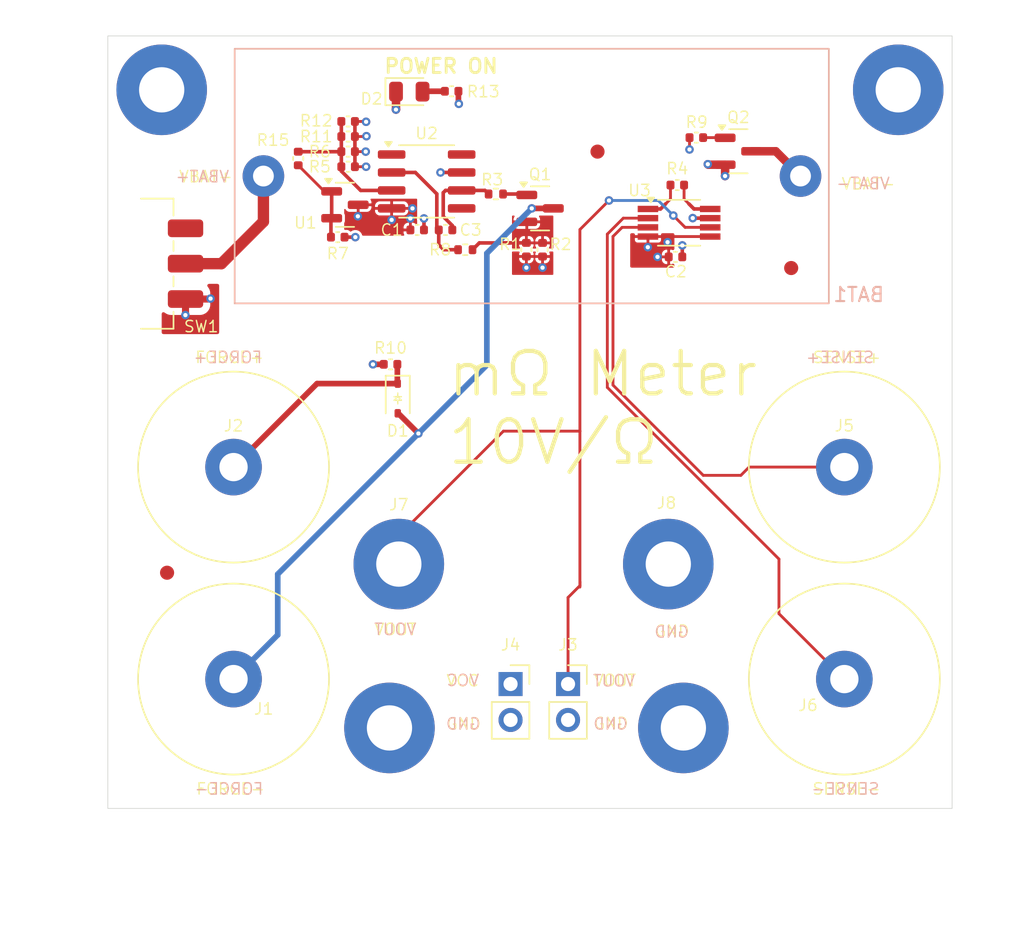
<source format=kicad_pcb>
(kicad_pcb (version 20240108) (generator "pcbnew") (generator_version "8.0")
  (layers (0 "F.Cu" signal) (1 "In1.Cu" signal) (2 "In2.Cu" signal) (31 "B.Cu" signal) (34 "B.Paste" user) (35 "F.Paste" user) (36 "B.SilkS" user "B.Silkscreen") (37 "F.SilkS" user "F.Silkscreen") (38 "B.Mask" user) (39 "F.Mask" user) (44 "Edge.Cuts" user))
  (net 0 "")
  (net 1 "VCC")
  (net 2 "GND")
  (net 3 "/FORCE-")
  (net 4 "/SENSE+")
  (net 5 "/SENSE-")
  (net 6 "/V_OUT")
  (net 7 "/VSENSE")
  (net 8 "/NMOS_GATE")
  (net 9 "Net-(R4-Pad2)")
  (net 10 "Net-(R4-Pad1)")
  (net 11 "Net-(U1-K)")
  (net 12 "Net-(C3-Pad1)")
  (net 13 "Net-(Q1-S)")
  (net 14 "Net-(BAT1--)")
  (net 15 "Net-(BAT1-+)")
  (net 16 "Net-(Q2-G)")
  (net 17 "Net-(D1-K)")
  (net 18 "Net-(U2-+)")
  (net 20 "Net-(D2-A)")
  (footprint "Capacitor_SMD:C_0402_1005Metric" (layer "F.Cu") (at 124.94 61.5188 180)
    (property "Reference" "R6" (at 2.004 0 180) (layer "F.SilkS") (effects (font (size 0.8 0.8) (thickness 0.1))))
    (property "Value" "47k")
    (fp_line (start -0.107836 0.36) (end 0.107836 0.36) (stroke (width 0.12)) (layer "F.SilkS"))
    (fp_line (start -0.107836 -0.36) (end 0.107836 -0.36) (stroke (width 0.12)) (layer "F.SilkS"))
    (pad "1" smd roundrect (at -0.48 0 180) (size 0.56 0.62) (layers "F.Cu" "F.Paste" "F.Mask") (net 2 "GND"))
    (pad "2" smd roundrect (at 0.48 0 180) (size 0.56 0.62) (layers "F.Cu" "F.Paste" "F.Mask") (net 18 "Net-(U2-+)"))
  )
  (footprint "MountingHole:MountingHole_3.2mm_M3_Pad" (layer "F.Cu") (at 147.574 90.678)
    (property "Reference" "J8" (at -0.127 -4.318 0) (layer "F.SilkS") (effects (font (size 0.8 0.8) (thickness 0.1))))
    (property "Value" "72918")
    (pad "1" thru_hole circle (at 0 0) (size 6.4 6.4) (drill 3.2) (layers "*.Cu" "*.Mask") (net 2 "GND"))
  )
  (footprint "Connector_PinSocket_2.54mm:PinSocket_1x02_P2.54mm_Vertical" (layer "F.Cu") (at 136.423 99.1562)
    (property "Reference" "J4" (at 0 -2.77 0) (layer "F.SilkS") (effects (font (size 0.8 0.8) (thickness 0.1))))
    (property "Value" "Conn_01x02")
    (fp_line (start -1.33 1.27) (end -1.33 3.87) (stroke (width 0.12)) (layer "F.SilkS"))
    (fp_line (start -1.33 1.27) (end 1.33 1.27) (stroke (width 0.12)) (layer "F.SilkS"))
    (fp_line (start -1.33 3.87) (end 1.33 3.87) (stroke (width 0.12)) (layer "F.SilkS"))
    (fp_line (start 0 -1.33) (end 1.33 -1.33) (stroke (width 0.12)) (layer "F.SilkS"))
    (fp_line (start 1.33 -1.33) (end 1.33 0) (stroke (width 0.12)) (layer "F.SilkS"))
    (fp_line (start 1.33 1.27) (end 1.33 3.87) (stroke (width 0.12)) (layer "F.SilkS"))
    (pad "1" thru_hole rect (at 0 0) (size 1.7 1.7) (drill 1) (layers "*.Cu" "*.Mask") (net 1 "VCC"))
    (pad "2" thru_hole oval (at 0 2.54) (size 1.7 1.7) (drill 1) (layers "*.Cu" "*.Mask") (net 2 "GND"))
  )
  (footprint "Package_SO:SOIC-8_3.9x4.9mm_P1.27mm" (layer "F.Cu") (at 130.491 63.627)
    (property "Reference" "U2" (at 0 -3.4 0) (layer "F.SilkS") (effects (font (size 0.8 0.8) (thickness 0.1))))
    (property "Value" "OPA388")
    (fp_line (start 0 -2.56) (end -1.95 -2.56) (stroke (width 0.12)) (layer "F.SilkS"))
    (fp_line (start 0 -2.56) (end 1.95 -2.56) (stroke (width 0.12)) (layer "F.SilkS"))
    (fp_line (start 0 2.56) (end -1.95 2.56) (stroke (width 0.12)) (layer "F.SilkS"))
    (fp_line (start 0 2.56) (end 1.95 2.56) (stroke (width 0.12)) (layer "F.SilkS"))
    (fp_poly (pts (xy -2.7 -2.465) (xy -2.94 -2.795) (xy -2.46 -2.795) (xy -2.7 -2.465)) (stroke (width 0.12)) (fill solid) (layer "F.SilkS"))
    (pad "1" smd roundrect (at -2.475 -1.905) (size 1.95 0.6) (layers "F.Cu" "F.Paste" "F.Mask"))
    (pad "2" smd roundrect (at -2.475 -0.635) (size 1.95 0.6) (layers "F.Cu" "F.Paste" "F.Mask") (net 7 "/VSENSE"))
    (pad "3" smd roundrect (at -2.475 0.635) (size 1.95 0.6) (layers "F.Cu" "F.Paste" "F.Mask") (net 18 "Net-(U2-+)"))
    (pad "4" smd roundrect (at -2.475 1.905) (size 1.95 0.6) (layers "F.Cu" "F.Paste" "F.Mask") (net 2 "GND"))
    (pad "5" smd roundrect (at 2.475 1.905) (size 1.95 0.6) (layers "F.Cu" "F.Paste" "F.Mask"))
    (pad "6" smd roundrect (at 2.475 0.635) (size 1.95 0.6) (layers "F.Cu" "F.Paste" "F.Mask") (net 12 "Net-(C3-Pad1)"))
    (pad "7" smd roundrect (at 2.475 -0.635) (size 1.95 0.6) (layers "F.Cu" "F.Paste" "F.Mask") (net 1 "VCC"))
    (pad "8" smd roundrect (at 2.475 -1.905) (size 1.95 0.6) (layers "F.Cu" "F.Paste" "F.Mask"))
  )
  (footprint "MountingHole:MountingHole_3.2mm_M3_Pad" (layer "F.Cu") (at 163.83 57.15)
    (property "Reference" "H2" (hide yes))
    (property "Value" "MountingHole_Pad")
    (pad "1" thru_hole circle (at 0 0) (size 6.4 6.4) (drill 3.2) (layers "*.Cu" "*.Mask") (net 2 "GND"))
  )
  (footprint "components_2:CT3149" (layer "F.Cu") (at 116.84 83.82)
    (property "Reference" "J2" (at 0 -2.921 0) (layer "F.SilkS") (effects (font (size 0.8 0.8) (thickness 0.1))))
    (property "Value" "Conn_01x01")
    (fp_circle (center 0 0) (end 6.75 0) (stroke (width 0.12)) (fill none) (layer "F.SilkS"))
    (pad "1" thru_hole circle (at 0 0) (size 4 4) (drill 2) (layers "*.Cu" "*.Mask") (net 17 "Net-(D1-K)"))
  )
  (footprint "Capacitor_SMD:C_0402_1005Metric" (layer "F.Cu") (at 124.206 67.564 180)
    (property "Reference" "R7" (at 0 -1.16 180) (layer "F.SilkS") (effects (font (size 0.8 0.8) (thickness 0.1))))
    (property "Value" "220")
    (fp_line (start -0.107836 0.36) (end 0.107836 0.36) (stroke (width 0.12)) (layer "F.SilkS"))
    (fp_line (start -0.107836 -0.36) (end 0.107836 -0.36) (stroke (width 0.12)) (layer "F.SilkS"))
    (pad "1" smd roundrect (at -0.48 0 180) (size 0.56 0.62) (layers "F.Cu" "F.Paste" "F.Mask") (net 1 "VCC"))
    (pad "2" smd roundrect (at 0.48 0 180) (size 0.56 0.62) (layers "F.Cu" "F.Paste" "F.Mask") (net 11 "Net-(U1-K)"))
  )
  (footprint "Button_Switch_SMD:SW_SPDT_CK_JS102011SAQN" (layer "F.Cu") (at 110.6952 69.44 -90)
    (property "Reference" "SW1" (at 4.445 -3.8588 180) (layer "F.SilkS") (effects (font (size 0.8 0.8) (thickness 0.1))))
    (property "Value" "JS102011SAQN")
    (fp_line (start -4.6 0.4) (end -4.6 -1.9) (stroke (width 0.12)) (layer "F.SilkS"))
    (fp_line (start -4.6 -1.9) (end -3.4 -1.9) (stroke (width 0.12)) (layer "F.SilkS"))
    (fp_line (start -0.9 -1.9) (end -1.6 -1.9) (stroke (width 0.12)) (layer "F.SilkS"))
    (fp_line (start 1.6 -1.9) (end 0.9 -1.9) (stroke (width 0.12)) (layer "F.SilkS"))
    (fp_line (start 3.4 -1.9) (end 4.6 -1.9) (stroke (width 0.12)) (layer "F.SilkS"))
    (fp_line (start 4.6 -1.9) (end 4.6 0.4) (stroke (width 0.12)) (layer "F.SilkS"))
    (pad "" np_thru_hole circle (at -3.4 0 270) (size 0.9 0.9) (drill 0.9) (layers "*.Cu" "*.Mask"))
    (pad "" np_thru_hole circle (at 3.4 0 270) (size 0.9 0.9) (drill 0.9) (layers "*.Cu" "*.Mask"))
    (pad "1" smd roundrect (at -2.5 -2.75 270) (size 1.25 2.5) (layers "F.Cu" "F.Paste" "F.Mask") (roundrect_rratio 0.2))
    (pad "2" smd roundrect (at 0 -2.75 270) (size 1.25 2.5) (layers "F.Cu" "F.Paste" "F.Mask") (roundrect_rratio 0.2) (net 15 "Net-(BAT1-+)"))
    (pad "3" smd roundrect (at 2.5 -2.75 270) (size 1.25 2.5) (layers "F.Cu" "F.Paste" "F.Mask") (roundrect_rratio 0.2) (net 1 "VCC"))
  )
  (footprint "LED_SMD:LED_0805_2012Metric" (layer "F.Cu") (at 129.2629 57.277)
    (property "Reference" "D2" (at -2.6693 0.508 0) (layer "F.SilkS") (effects (font (size 0.8 0.8) (thickness 0.1))))
    (property "Value" "LED_RED")
    (fp_line (start -1.685 -0.96) (end -1.685 0.96) (stroke (width 0.12)) (layer "F.SilkS"))
    (fp_line (start -1.685 0.96) (end 1 0.96) (stroke (width 0.12)) (layer "F.SilkS"))
    (fp_line (start 1 -0.96) (end -1.685 -0.96) (stroke (width 0.12)) (layer "F.SilkS"))
    (pad "1" smd roundrect (at -0.9375 0) (size 0.975 1.4) (layers "F.Cu" "F.Paste" "F.Mask") (net 2 "GND"))
    (pad "2" smd roundrect (at 0.9375 0) (size 0.975 1.4) (layers "F.Cu" "F.Paste" "F.Mask") (net 20 "Net-(D2-A)"))
  )
  (footprint "Capacitor_SMD:C_0402_1005Metric" (layer "F.Cu") (at 129.822 67.056 180)
    (property "Reference" "C1" (at 1.806 0 180) (layer "F.SilkS") (effects (font (size 0.8 0.8) (thickness 0.1))))
    (property "Value" "100nF")
    (fp_line (start -0.107836 0.36) (end 0.107836 0.36) (stroke (width 0.12)) (layer "F.SilkS"))
    (fp_line (start -0.107836 -0.36) (end 0.107836 -0.36) (stroke (width 0.12)) (layer "F.SilkS"))
    (pad "1" smd roundrect (at -0.48 0 180) (size 0.56 0.62) (layers "F.Cu" "F.Paste" "F.Mask") (net 1 "VCC"))
    (pad "2" smd roundrect (at 0.48 0 180) (size 0.56 0.62) (layers "F.Cu" "F.Paste" "F.Mask") (net 2 "GND"))
  )
  (footprint "Capacitor_SMD:C_0402_1005Metric" (layer "F.Cu") (at 148.082 68.961 180)
    (property "Reference" "C2" (at -0.0254 -1.0414 0) (layer "F.SilkS") (effects (font (size 0.8 0.8) (thickness 0.1))))
    (property "Value" "100nF")
    (fp_line (start -0.107836 0.36) (end 0.107836 0.36) (stroke (width 0.12)) (layer "F.SilkS"))
    (fp_line (start -0.107836 -0.36) (end 0.107836 -0.36) (stroke (width 0.12)) (layer "F.SilkS"))
    (pad "1" smd roundrect (at -0.48 0 180) (size 0.56 0.62) (layers "F.Cu" "F.Paste" "F.Mask") (net 1 "VCC"))
    (pad "2" smd roundrect (at 0.48 0 180) (size 0.56 0.62) (layers "F.Cu" "F.Paste" "F.Mask") (net 2 "GND"))
  )
  (footprint "Fiducial:Fiducial_1mm_Mask2mm" (layer "F.Cu") (at 112.141 91.2876)
    (property "Reference" "FID3" (hide yes))
    (property "Value" "Fiducial")
    (pad "" smd circle (at 0 0) (size 1 1) (layers "F.Cu" "F.Mask") (clearance 0.5))
  )
  (footprint "Package_SO:VSSOP-8_3.0x3.0mm_P0.65mm" (layer "F.Cu") (at 148.336 66.548)
    (property "Reference" "U3" (at -2.794 -2.286 0) (layer "F.SilkS") (effects (font (size 0.8 0.8) (thickness 0.1))))
    (property "Value" "INA333xxDGK")
    (fp_line (start 1.5 -1.62) (end -1.5 -1.62) (stroke (width 0.12)) (layer "F.SilkS"))
    (fp_line (start 1.5 1.62) (end -1.5 1.62) (stroke (width 0.12)) (layer "F.SilkS"))
    (fp_poly (pts (xy -2 -1.45) (xy -2.24 -1.78) (xy -1.76 -1.78) (xy -2 -1.45)) (stroke (width 0.12)) (fill solid) (layer "F.SilkS"))
    (pad "1" smd rect (at -2.2 -0.975 270) (size 0.45 1.45) (layers "F.Cu" "F.Paste" "F.Mask") (net 10 "Net-(R4-Pad1)"))
    (pad "2" smd rect (at -2.2 -0.325 270) (size 0.45 1.45) (layers "F.Cu" "F.Paste" "F.Mask") (net 5 "/SENSE-"))
    (pad "3" smd rect (at -2.2 0.325 270) (size 0.45 1.45) (layers "F.Cu" "F.Paste" "F.Mask") (net 4 "/SENSE+"))
    (pad "4" smd rect (at -2.2 0.975 270) (size 0.45 1.45) (layers "F.Cu" "F.Paste" "F.Mask") (net 2 "GND"))
    (pad "5" smd rect (at 2.2 0.975 270) (size 0.45 1.45) (layers "F.Cu" "F.Paste" "F.Mask") (net 2 "GND"))
    (pad "6" smd rect (at 2.2 0.325 270) (size 0.45 1.45) (layers "F.Cu" "F.Paste" "F.Mask") (net 6 "/V_OUT"))
    (pad "7" smd rect (at 2.2 -0.325 270) (size 0.45 1.45) (layers "F.Cu" "F.Paste" "F.Mask") (net 1 "VCC"))
    (pad "8" smd rect (at 2.2 -0.975 270) (size 0.45 1.45) (layers "F.Cu" "F.Paste" "F.Mask") (net 9 "Net-(R4-Pad2)"))
  )
  (footprint "Capacitor_SMD:C_0402_1005Metric" (layer "F.Cu") (at 132.2578 57.2516)
    (property "Reference" "R13" (at 2.2352 0.0254 0) (layer "F.SilkS") (effects (font (size 0.8 0.8) (thickness 0.1))))
    (property "Value" "1k")
    (fp_line (start -0.107836 -0.36) (end 0.107836 -0.36) (stroke (width 0.12)) (layer "F.SilkS"))
    (fp_line (start -0.107836 0.36) (end 0.107836 0.36) (stroke (width 0.12)) (layer "F.SilkS"))
    (pad "1" smd roundrect (at -0.48 0) (size 0.56 0.62) (layers "F.Cu" "F.Paste" "F.Mask") (net 20 "Net-(D2-A)"))
    (pad "2" smd roundrect (at 0.48 0) (size 0.56 0.62) (layers "F.Cu" "F.Paste" "F.Mask") (net 1 "VCC"))
  )
  (footprint "Connector_PinSocket_2.54mm:PinSocket_1x02_P2.54mm_Vertical" (layer "F.Cu") (at 140.487 99.1562)
    (property "Reference" "J3" (at 0 -2.77 0) (layer "F.SilkS") (effects (font (size 0.8 0.8) (thickness 0.1))))
    (property "Value" "Conn_01x02")
    (fp_line (start -1.33 1.27) (end -1.33 3.87) (stroke (width 0.12)) (layer "F.SilkS"))
    (fp_line (start -1.33 1.27) (end 1.33 1.27) (stroke (width 0.12)) (layer "F.SilkS"))
    (fp_line (start -1.33 3.87) (end 1.33 3.87) (stroke (width 0.12)) (layer "F.SilkS"))
    (fp_line (start 0 -1.33) (end 1.33 -1.33) (stroke (width 0.12)) (layer "F.SilkS"))
    (fp_line (start 1.33 -1.33) (end 1.33 0) (stroke (width 0.12)) (layer "F.SilkS"))
    (fp_line (start 1.33 1.27) (end 1.33 3.87) (stroke (width 0.12)) (layer "F.SilkS"))
    (pad "1" thru_hole rect (at 0 0) (size 1.7 1.7) (drill 1) (layers "*.Cu" "*.Mask") (net 6 "/V_OUT"))
    (pad "2" thru_hole oval (at 0 2.54) (size 1.7 1.7) (drill 1) (layers "*.Cu" "*.Mask") (net 2 "GND"))
  )
  (footprint "MountingHole:MountingHole_3.2mm_M3_Pad" (layer "F.Cu") (at 148.6408 102.2604)
    (property "Reference" "H4" (hide yes))
    (property "Value" "MountingHole_Pad")
    (pad "1" thru_hole circle (at 0 0) (size 6.4 6.4) (drill 3.2) (layers "*.Cu" "*.Mask") (net 2 "GND"))
  )
  (footprint "Capacitor_SMD:C_0402_1005Metric" (layer "F.Cu") (at 137.541 68.4504 -90)
    (property "Reference" "R1" (at -0.3784 1.143 180) (layer "F.SilkS") (effects (font (size 0.8 0.8) (thickness 0.1))))
    (property "Value" "100")
    (fp_line (start -0.107836 0.36) (end 0.107836 0.36) (stroke (width 0.12)) (layer "F.SilkS"))
    (fp_line (start -0.107836 -0.36) (end 0.107836 -0.36) (stroke (width 0.12)) (layer "F.SilkS"))
    (pad "1" smd roundrect (at -0.48 0 270) (size 0.56 0.62) (layers "F.Cu" "F.Paste" "F.Mask") (net 13 "Net-(Q1-S)"))
    (pad "2" smd roundrect (at 0.48 0 270) (size 0.56 0.62) (layers "F.Cu" "F.Paste" "F.Mask") (net 2 "GND"))
  )
  (footprint "Resistor_SMD:R_0402_1005Metric" (layer "F.Cu") (at 135.38 64.516 180)
    (property "Reference" "R3" (at 0.252 1.016 180) (layer "F.SilkS") (effects (font (size 0.8 0.8) (thickness 0.1))))
    (property "Value" "0")
    (fp_line (start -0.153641 0.38) (end 0.153641 0.38) (stroke (width 0.12)) (layer "F.SilkS"))
    (fp_line (start -0.153641 -0.38) (end 0.153641 -0.38) (stroke (width 0.12)) (layer "F.SilkS"))
    (pad "1" smd roundrect (at -0.51 0 180) (size 0.54 0.64) (layers "F.Cu" "F.Paste" "F.Mask") (net 8 "/NMOS_GATE"))
    (pad "2" smd roundrect (at 0.51 0 180) (size 0.54 0.64) (layers "F.Cu" "F.Paste" "F.Mask") (net 12 "Net-(C3-Pad1)"))
  )
  (footprint "Resistor_SMD:R_0402_1005Metric" (layer "F.Cu") (at 133.223 68.453 180)
    (property "Reference" "R8" (at 1.778 0 180) (layer "F.SilkS") (effects (font (size 0.8 0.8) (thickness 0.1))))
    (property "Value" "0")
    (fp_line (start -0.153641 0.38) (end 0.153641 0.38) (stroke (width 0.12)) (layer "F.SilkS"))
    (fp_line (start -0.153641 -0.38) (end 0.153641 -0.38) (stroke (width 0.12)) (layer "F.SilkS"))
    (pad "1" smd roundrect (at -0.51 0 180) (size 0.54 0.64) (layers "F.Cu" "F.Paste" "F.Mask") (net 13 "Net-(Q1-S)"))
    (pad "2" smd roundrect (at 0.51 0 180) (size 0.54 0.64) (layers "F.Cu" "F.Paste" "F.Mask") (net 7 "/VSENSE"))
  )
  (footprint "Capacitor_SMD:C_0402_1005Metric" (layer "F.Cu") (at 124.94 62.5856 180)
    (property "Reference" "R5" (at 2.004 0 180) (layer "F.SilkS") (effects (font (size 0.8 0.8) (thickness 0.1))))
    (property "Value" "47k")
    (fp_line (start -0.107836 0.36) (end 0.107836 0.36) (stroke (width 0.12)) (layer "F.SilkS"))
    (fp_line (start -0.107836 -0.36) (end 0.107836 -0.36) (stroke (width 0.12)) (layer "F.SilkS"))
    (pad "1" smd roundrect (at -0.48 0 180) (size 0.56 0.62) (layers "F.Cu" "F.Paste" "F.Mask") (net 2 "GND"))
    (pad "2" smd roundrect (at 0.48 0 180) (size 0.56 0.62) (layers "F.Cu" "F.Paste" "F.Mask") (net 18 "Net-(U2-+)"))
  )
  (footprint "Capacitor_SMD:C_0402_1005Metric" (layer "F.Cu") (at 131.826 67.056 180)
    (property "Reference" "C3" (at -1.778 0 180) (layer "F.SilkS") (effects (font (size 0.8 0.8) (thickness 0.1))))
    (property "Value" "DNS")
    (fp_line (start -0.107836 0.36) (end 0.107836 0.36) (stroke (width 0.12)) (layer "F.SilkS"))
    (fp_line (start -0.107836 -0.36) (end 0.107836 -0.36) (stroke (width 0.12)) (layer "F.SilkS"))
    (pad "1" smd roundrect (at -0.48 0 180) (size 0.56 0.62) (layers "F.Cu" "F.Paste" "F.Mask") (net 12 "Net-(C3-Pad1)"))
    (pad "2" smd roundrect (at 0.48 0 180) (size 0.56 0.62) (layers "F.Cu" "F.Paste" "F.Mask") (net 7 "/VSENSE"))
  )
  (footprint "Package_TO_SOT_SMD:SOT-23" (layer "F.Cu") (at 124.714 65.278)
    (property "Reference" "U1" (at -2.794 1.27 0) (layer "F.SilkS") (effects (font (size 0.8 0.8) (thickness 0.1))))
    (property "Value" "CJ431")
    (fp_line (start 0 -1.56) (end -0.65 -1.56) (stroke (width 0.12)) (layer "F.SilkS"))
    (fp_line (start 0 -1.56) (end 0.65 -1.56) (stroke (width 0.12)) (layer "F.SilkS"))
    (fp_line (start 0 1.56) (end -0.65 1.56) (stroke (width 0.12)) (layer "F.SilkS"))
    (fp_line (start 0 1.56) (end 0.65 1.56) (stroke (width 0.12)) (layer "F.SilkS"))
    (fp_poly (pts (xy -1.1625 -1.51) (xy -1.4025 -1.84) (xy -0.9225 -1.84) (xy -1.1625 -1.51)) (stroke (width 0.12)) (fill solid) (layer "F.SilkS"))
    (pad "1" smd roundrect (at -0.9375 -0.95) (size 1.475 0.6) (layers "F.Cu" "F.Paste" "F.Mask") (net 11 "Net-(U1-K)"))
    (pad "2" smd roundrect (at -0.9375 0.95) (size 1.475 0.6) (layers "F.Cu" "F.Paste" "F.Mask") (net 11 "Net-(U1-K)"))
    (pad "3" smd roundrect (at 0.9375 0) (size 1.475 0.6) (layers "F.Cu" "F.Paste" "F.Mask") (net 2 "GND"))
  )
  (footprint "Capacitor_SMD:C_0402_1005Metric" (layer "F.Cu") (at 148.209 63.881)
    (property "Reference" "R4" (at 0 -1.16 0) (layer "F.SilkS") (effects (font (size 0.8 0.8) (thickness 0.1))))
    (property "Value" "100.0")
    (fp_line (start -0.107836 -0.36) (end 0.107836 -0.36) (stroke (width 0.12)) (layer "F.SilkS"))
    (fp_line (start -0.107836 0.36) (end 0.107836 0.36) (stroke (width 0.12)) (layer "F.SilkS"))
    (pad "1" smd roundrect (at -0.48 0) (size 0.56 0.62) (layers "F.Cu" "F.Paste" "F.Mask") (net 10 "Net-(R4-Pad1)"))
    (pad "2" smd roundrect (at 0.48 0) (size 0.56 0.62) (layers "F.Cu" "F.Paste" "F.Mask") (net 9 "Net-(R4-Pad2)"))
  )
  (footprint "Package_TO_SOT_SMD:SOT-23" (layer "F.Cu") (at 138.5085 65.532)
    (property "Reference" "Q1" (at 0 -2.4 0) (layer "F.SilkS") (effects (font (size 0.8 0.8) (thickness 0.1))))
    (property "Value" "AO3400A")
    (fp_line (start 0 -1.56) (end -0.65 -1.56) (stroke (width 0.12)) (layer "F.SilkS"))
    (fp_line (start 0 -1.56) (end 0.65 -1.56) (stroke (width 0.12)) (layer "F.SilkS"))
    (fp_line (start 0 1.56) (end -0.65 1.56) (stroke (width 0.12)) (layer "F.SilkS"))
    (fp_line (start 0 1.56) (end 0.65 1.56) (stroke (width 0.12)) (layer "F.SilkS"))
    (fp_poly (pts (xy -1.1625 -1.51) (xy -1.4025 -1.84) (xy -0.9225 -1.84) (xy -1.1625 -1.51)) (stroke (width 0.12)) (fill solid) (layer "F.SilkS"))
    (pad "1" smd roundrect (at -0.9375 -0.95) (size 1.475 0.6) (layers "F.Cu" "F.Paste" "F.Mask") (net 8 "/NMOS_GATE"))
    (pad "2" smd roundrect (at -0.9375 0.95) (size 1.475 0.6) (layers "F.Cu" "F.Paste" "F.Mask") (net 13 "Net-(Q1-S)"))
    (pad "3" smd roundrect (at 0.9375 0) (size 1.475 0.6) (layers "F.Cu" "F.Paste" "F.Mask") (net 3 "/FORCE-"))
  )
  (footprint "Capacitor_SMD:C_0402_1005Metric" (layer "F.Cu") (at 124.94 60.452 180)
    (property "Reference" "R11" (at 2.258 0 180) (layer "F.SilkS") (effects (font (size 0.8 0.8) (thickness 0.1))))
    (property "Value" "47k")
    (fp_line (start -0.107836 0.36) (end 0.107836 0.36) (stroke (width 0.12)) (layer "F.SilkS"))
    (fp_line (start -0.107836 -0.36) (end 0.107836 -0.36) (stroke (width 0.12)) (layer "F.SilkS"))
    (pad "1" smd roundrect (at -0.48 0 180) (size 0.56 0.62) (layers "F.Cu" "F.Paste" "F.Mask") (net 2 "GND"))
    (pad "2" smd roundrect (at 0.48 0 180) (size 0.56 0.62) (layers "F.Cu" "F.Paste" "F.Mask") (net 18 "Net-(U2-+)"))
  )
  (footprint "Fiducial:Fiducial_1mm_Mask2mm" (layer "F.Cu") (at 142.5702 61.5188)
    (property "Reference" "FID2" (hide yes))
    (property "Value" "Fiducial")
    (pad "" smd circle (at 0 0) (size 1 1) (layers "F.Cu" "F.Mask") (clearance 0.5))
  )
  (footprint "Capacitor_SMD:C_0402_1005Metric" (layer "F.Cu") (at 124.94 59.3852 180)
    (property "Reference" "R12" (at 2.258 0.0508 180) (layer "F.SilkS") (effects (font (size 0.8 0.8) (thickness 0.1))))
    (property "Value" "47k")
    (fp_line (start -0.107836 0.36) (end 0.107836 0.36) (stroke (width 0.12)) (layer "F.SilkS"))
    (fp_line (start -0.107836 -0.36) (end 0.107836 -0.36) (stroke (width 0.12)) (layer "F.SilkS"))
    (pad "1" smd roundrect (at -0.48 0 180) (size 0.56 0.62) (layers "F.Cu" "F.Paste" "F.Mask") (net 2 "GND"))
    (pad "2" smd roundrect (at 0.48 0 180) (size 0.56 0.62) (layers "F.Cu" "F.Paste" "F.Mask") (net 18 "Net-(U2-+)"))
  )
  (footprint "Package_TO_SOT_SMD:SOT-23" (layer "F.Cu") (at 152.5293 61.4934)
    (property "Reference" "Q2" (at 0 -2.4 0) (layer "F.SilkS") (effects (font (size 0.8 0.8) (thickness 0.1))))
    (property "Value" "AO3400A")
    (fp_line (start 0 -1.56) (end -0.65 -1.56) (stroke (width 0.12)) (layer "F.SilkS"))
    (fp_line (start 0 -1.56) (end 0.65 -1.56) (stroke (width 0.12)) (layer "F.SilkS"))
    (fp_line (start 0 1.56) (end -0.65 1.56) (stroke (width 0.12)) (layer "F.SilkS"))
    (fp_line (start 0 1.56) (end 0.65 1.56) (stroke (width 0.12)) (layer "F.SilkS"))
    (fp_poly (pts (xy -1.1625 -1.51) (xy -1.4025 -1.84) (xy -0.9225 -1.84) (xy -1.1625 -1.51)) (stroke (width 0.12)) (fill solid) (layer "F.SilkS"))
    (pad "1" smd roundrect (at -0.9375 -0.95) (size 1.475 0.6) (layers "F.Cu" "F.Paste" "F.Mask") (net 16 "Net-(Q2-G)"))
    (pad "2" smd roundrect (at -0.9375 0.95) (size 1.475 0.6) (layers "F.Cu" "F.Paste" "F.Mask") (net 2 "GND"))
    (pad "3" smd roundrect (at 0.9375 0) (size 1.475 0.6) (layers "F.Cu" "F.Paste" "F.Mask") (net 14 "Net-(BAT1--)"))
  )
  (footprint "components_2:CT3149" (layer "F.Cu") (at 160.02 98.806)
    (property "Reference" "J6" (at -2.5654 1.8542 0) (layer "F.SilkS") (effects (font (size 0.8 0.8) (thickness 0.1))))
    (property "Value" "Conn_01x01")
    (fp_circle (center 0 0) (end 6.75 0) (stroke (width 0.12)) (fill none) (layer "F.SilkS"))
    (pad "1" thru_hole circle (at 0 0) (size 4 4) (drill 2) (layers "*.Cu" "*.Mask") (net 5 "/SENSE-"))
  )
  (footprint "Diode_SMD:D_SOD-323" (layer "F.Cu") (at 128.4478 78.9686 -90)
    (property "Reference" "D1" (at 2.286 0 180) (layer "F.SilkS") (effects (font (size 0.8 0.8) (thickness 0.1))))
    (property "Value" "D_Schottky")
    (fp_line (start -1.61 0.85) (end 1.05 0.85) (stroke (width 0.12)) (layer "F.SilkS"))
    (fp_line (start -1.61 -0.85) (end -1.61 0.85) (stroke (width 0.12)) (layer "F.SilkS"))
    (fp_line (start -1.61 -0.85) (end 1.05 -0.85) (stroke (width 0.12)) (layer "F.SilkS"))
    (pad "1" smd roundrect (at -1.05 0 270) (size 0.6 0.45) (layers "F.Cu" "F.Paste" "F.Mask") (net 17 "Net-(D1-K)"))
    (pad "2" smd roundrect (at 1.05 0 270) (size 0.6 0.45) (layers "F.Cu" "F.Paste" "F.Mask") (net 3 "/FORCE-"))
  )
  (footprint "MountingHole:MountingHole_3.2mm_M3_Pad" (layer "F.Cu") (at 128.524 90.678)
    (property "Reference" "J7" (at 0 -4.2 0) (layer "F.SilkS") (effects (font (size 0.8 0.8) (thickness 0.1))))
    (property "Value" "72918")
    (pad "1" thru_hole circle (at 0 0) (size 6.4 6.4) (drill 3.2) (layers "*.Cu" "*.Mask") (net 6 "/V_OUT"))
  )
  (footprint "Capacitor_SMD:C_0402_1005Metric" (layer "F.Cu") (at 127.9398 76.5556)
    (property "Reference" "R10" (at 0 -1.16 0) (layer "F.SilkS") (effects (font (size 0.8 0.8) (thickness 0.1))))
    (property "Value" "10")
    (fp_line (start -0.107836 -0.36) (end 0.107836 -0.36) (stroke (width 0.12)) (layer "F.SilkS"))
    (fp_line (start -0.107836 0.36) (end 0.107836 0.36) (stroke (width 0.12)) (layer "F.SilkS"))
    (pad "1" smd roundrect (at -0.48 0) (size 0.56 0.62) (layers "F.Cu" "F.Paste" "F.Mask") (net 1 "VCC"))
    (pad "2" smd roundrect (at 0.48 0) (size 0.56 0.62) (layers "F.Cu" "F.Paste" "F.Mask") (net 17 "Net-(D1-K)"))
  )
  (footprint "Capacitor_SMD:C_0402_1005Metric" (layer "F.Cu") (at 138.684 68.453 -90)
    (property "Reference" "R2" (at -0.381 -1.27 180) (layer "F.SilkS") (effects (font (size 0.8 0.8) (thickness 0.1))))
    (property "Value" "100")
    (fp_line (start -0.107836 0.36) (end 0.107836 0.36) (stroke (width 0.12)) (layer "F.SilkS"))
    (fp_line (start -0.107836 -0.36) (end 0.107836 -0.36) (stroke (width 0.12)) (layer "F.SilkS"))
    (pad "1" smd roundrect (at -0.48 0 270) (size 0.56 0.62) (layers "F.Cu" "F.Paste" "F.Mask") (net 13 "Net-(Q1-S)"))
    (pad "2" smd roundrect (at 0.48 0 270) (size 0.56 0.62) (layers "F.Cu" "F.Paste" "F.Mask") (net 2 "GND"))
  )
  (footprint "components_2:CT3149" (layer "F.Cu") (at 160.02 83.82)
    (property "Reference" "J5" (at 0 -2.921 0) (layer "F.SilkS") (effects (font (size 0.8 0.8) (thickness 0.1))))
    (property "Value" "Conn_01x01")
    (fp_circle (center 0 0) (end 6.75 0) (stroke (width 0.12)) (fill none) (layer "F.SilkS"))
    (pad "1" thru_hole circle (at 0 0) (size 4 4) (drill 2) (layers "*.Cu" "*.Mask") (net 4 "/SENSE+"))
  )
  (footprint "Capacitor_SMD:C_0402_1005Metric" (layer "F.Cu") (at 121.412 62.004 90)
    (property "Reference" "R15" (at 1.298 -1.778 0) (layer "F.SilkS") (effects (font (size 0.8 0.8) (thickness 0.1))))
    (property "Value" "47k")
    (fp_line (start -0.107836 -0.36) (end 0.107836 -0.36) (stroke (width 0.12)) (layer "F.SilkS"))
    (fp_line (start -0.107836 0.36) (end 0.107836 0.36) (stroke (width 0.12)) (layer "F.SilkS"))
    (pad "1" smd roundrect (at -0.48 0 90) (size 0.56 0.62) (layers "F.Cu" "F.Paste" "F.Mask") (net 11 "Net-(U1-K)"))
    (pad "2" smd roundrect (at 0.48 0 90) (size 0.56 0.62) (layers "F.Cu" "F.Paste" "F.Mask") (net 18 "Net-(U2-+)"))
  )
  (footprint "MountingHole:MountingHole_3.2mm_M3_Pad" (layer "F.Cu") (at 111.76 57.15)
    (property "Reference" "H1" (hide yes))
    (property "Value" "MountingHole_Pad")
    (pad "1" thru_hole circle (at 0 0) (size 6.4 6.4) (drill 3.2) (layers "*.Cu" "*.Mask") (net 2 "GND"))
  )
  (footprint "Capacitor_SMD:C_0402_1005Metric" (layer "F.Cu") (at 149.5552 60.5282 180)
    (property "Reference" "R9" (at -0.0254 1.0922 180) (layer "F.SilkS") (effects (font (size 0.8 0.8) (thickness 0.1))))
    (property "Value" "10")
    (fp_line (start -0.107836 0.36) (end 0.107836 0.36) (stroke (width 0.12)) (layer "F.SilkS"))
    (fp_line (start -0.107836 -0.36) (end 0.107836 -0.36) (stroke (width 0.12)) (layer "F.SilkS"))
    (pad "1" smd roundrect (at -0.48 0 180) (size 0.56 0.62) (layers "F.Cu" "F.Paste" "F.Mask") (net 16 "Net-(Q2-G)"))
    (pad "2" smd roundrect (at 0.48 0 180) (size 0.56 0.62) (layers "F.Cu" "F.Paste" "F.Mask") (net 1 "VCC"))
  )
  (footprint "Fiducial:Fiducial_1mm_Mask2mm" (layer "F.Cu") (at 156.2608 69.7484)
    (property "Reference" "FID1" (hide yes))
    (property "Value" "Fiducial")
    (pad "" smd circle (at 0 0) (size 1 1) (layers "F.Cu" "F.Mask") (clearance 0.5))
  )
  (footprint "components_2:CT3149" (layer "F.Cu") (at 116.84 98.806)
    (property "Reference" "J1" (at 2.1336 2.1082 0) (layer "F.SilkS") (effects (font (size 0.8 0.8) (thickness 0.1))))
    (property "Value" "Conn_01x01")
    (fp_circle (center 0 0) (end 6.75 0) (stroke (width 0.12)) (fill none) (layer "F.SilkS"))
    (pad "1" thru_hole circle (at 0 0) (size 4 4) (drill 2) (layers "*.Cu" "*.Mask") (net 3 "/FORCE-"))
  )
  (footprint "MountingHole:MountingHole_3.2mm_M3_Pad" (layer "F.Cu") (at 127.8636 102.2604)
    (property "Reference" "H3" (hide yes))
    (property "Value" "MountingHole_Pad")
    (pad "1" thru_hole circle (at 0 0) (size 6.4 6.4) (drill 3.2) (layers "*.Cu" "*.Mask") (net 2 "GND"))
  )
  (footprint "components_2:BH123A" (layer "B.Cu") (at 156.922 63.246 180)
    (property "Reference" "BAT1" (at -4.114 -8.382 0) (layer "B.SilkS") (effects (justify mirror)))
    (property "Value" "BH123A")
    (fp_rect (start 40 -9) (end -2 9) (stroke (width 0.12)) (fill none) (layer "B.SilkS"))
    (pad "" np_thru_hole circle (at 38.565 -6.37 180) (size 1.27 1.27) (drill 1.27) (layers "F&B.Cu" "*.Mask"))
    (pad "1" thru_hole circle (at 0 0 180) (size 2.94 2.94) (drill 1.47) (layers "*.Cu" "*.Mask") (net 14 "Net-(BAT1--)"))
    (pad "2" thru_hole circle (at 37.97 0 180) (size 2.94 2.94) (drill 1.47) (layers "*.Cu" "*.Mask") (net 15 "Net-(BAT1-+)"))
  )
  (gr_line (start 128.4478 79.3496) (end 128.4478 79.0956) (stroke (width 0.1)) (layer "F.SilkS"))
  (gr_rect (start 116.9162 54.2544) (end 158.9278 72.2376) (stroke (width 0.1)) (fill none) (layer "F.SilkS"))
  (gr_line (start 128.4478 79.0956) (end 128.1938 79.0956) (stroke (width 0.1)) (layer "F.SilkS"))
  (gr_line (start 128.4478 78.8416) (end 128.7018 79.0956) (stroke (width 0.1)) (layer "F.SilkS"))
  (gr_line (start 128.4478 78.8416) (end 128.4478 78.5876) (stroke (width 0.1)) (layer "F.SilkS"))
  (gr_line (start 128.7018 79.0956) (end 128.4478 79.0956) (stroke (width 0.1)) (layer "F.SilkS"))
  (gr_line (start 128.1938 78.8416) (end 128.7018 78.8416) (stroke (width 0.1)) (layer "F.SilkS"))
  (gr_line (start 128.1938 79.0956) (end 128.4478 78.8416) (stroke (width 0.1)) (layer "F.SilkS"))
  (gr_rect (start 107.95 53.34) (end 167.64 107.95) (stroke (width 0.05)) (fill none) (layer "Edge.Cuts"))
  (gr_text "SENSE+\n" (at 162.179 76.5302 -0) (layer "B.SilkS") (effects (font (size 0.8 0.8) (thickness 0.1)) (justify left bottom mirror)))
  (gr_text "FORCE-" (at 118.999 107.0356 -0) (layer "B.SilkS") (effects (font (size 0.8 0.8) (thickness 0.1)) (justify left bottom mirror)))
  (gr_text "SENSE-" (at 162.56 107.0356 -0) (layer "B.SilkS") (effects (font (size 0.8 0.8) (thickness 0.1)) (justify left bottom mirror)))
  (gr_text "VBAT-" (at 163.2966 64.2366 0) (layer "B.SilkS") (effects (font (size 0.8 0.8) (thickness 0.1)) (justify left bottom mirror)))
  (gr_text "VBAT+" (at 116.586 63.754 0) (layer "B.SilkS") (effects (font (size 0.8 0.8) (thickness 0.1)) (justify left bottom mirror)))
  (gr_text "GND" (at 149.098 95.9358 -0) (layer "B.SilkS") (effects (font (size 0.8 0.8) (thickness 0.1)) (justify left bottom mirror)))
  (gr_text "VOUT" (at 145.288 99.3902 -0) (layer "B.SilkS") (effects (font (size 0.8 0.8) (thickness 0.1)) (justify left bottom mirror)))
  (gr_text "GND" (at 144.78 102.4382 -0) (layer "B.SilkS") (effects (font (size 0.8 0.8) (thickness 0.1)) (justify left bottom mirror)))
  (gr_text "VCC" (at 134.2644 99.3648 -0) (layer "B.SilkS") (effects (font (size 0.8 0.8) (thickness 0.1)) (justify left bottom mirror)))
  (gr_text "VOUT" (at 129.8194 95.758 -0) (layer "B.SilkS") (effects (font (size 0.8 0.8) (thickness 0.1)) (justify left bottom mirror)))
  (gr_text "GND" (at 134.366 102.4382 -0) (layer "B.SilkS") (effects (font (size 0.8 0.8) (thickness 0.1)) (justify left bottom mirror)))
  (gr_text "FORCE+" (at 118.9228 76.5302 -0) (layer "B.SilkS") (effects (font (size 0.8 0.8) (thickness 0.1)) (justify left bottom mirror)))
  (gr_text "VBAT+" (at 112.9284 63.754 0) (layer "F.SilkS") (effects (font (size 0.8 0.8) (thickness 0.1)) (justify left bottom)))
  (gr_text "VCC" (at 131.826 99.3902 0) (layer "F.SilkS") (effects (font (size 0.8 0.8) (thickness 0.1)) (justify left bottom)))
  (gr_text "GND" (at 146.558 95.885 0) (layer "F.SilkS") (effects (font (size 0.8 0.8) (thickness 0.1)) (justify left bottom)))
  (gr_text "FORCE-" (at 114.1476 107.0356 0) (layer "F.SilkS") (effects (font (size 0.8 0.8) (thickness 0.1)) (justify left bottom)))
  (gr_text "GND" (at 142.24 102.4128 0) (layer "F.SilkS") (effects (font (size 0.8 0.8) (thickness 0.1)) (justify left bottom)))
  (gr_text "VOUT" (at 126.746 95.758 0) (layer "F.SilkS") (effects (font (size 0.8 0.8) (thickness 0.1)) (justify left bottom)))
  (gr_text "POWER ON" (at 127.4064 56.0578 0) (layer "F.SilkS") (effects (font (size 1 1) (thickness 0.2) (bold yes)) (justify left bottom)))
  (gr_text "SENSE-" (at 157.7086 107.0356 0) (layer "F.SilkS") (effects (font (size 0.8 0.8) (thickness 0.1)) (justify left bottom)))
  (gr_text "FORCE+" (at 114.0714 76.5302 0) (layer "F.SilkS") (effects (font (size 0.8 0.8) (thickness 0.1)) (justify left bottom)))
  (gr_text "VOUT" (at 142.2654 99.3648 0) (layer "F.SilkS") (effects (font (size 0.8 0.8) (thickness 0.1)) (justify left bottom)))
  (gr_text "GND" (at 131.826 102.4382 0) (layer "F.SilkS") (effects (font (size 0.8 0.8) (thickness 0.1)) (justify left bottom)))
  (gr_text "mΩ Meter\n10V/Ω" (at 131.826 83.82 0) (layer "F.SilkS") (effects (font (size 3 3) (thickness 0.3)) (justify left bottom)))
  (gr_text "SENSE+\n" (at 157.734 76.5302 0) (layer "F.SilkS") (effects (font (size 0.8 0.8) (thickness 0.1)) (justify left bottom)))
  (gr_text "VBAT-" (at 159.766 64.262 0) (layer "F.SilkS") (effects (font (size 0.8 0.8) (thickness 0.1)) (justify left bottom)))
  (segment (start 130.302 67.056) (end 130.302 66.2432) (width 0.254) (layer "F.Cu") (net 1))
  (segment (start 124.686 67.564) (end 125.4506 67.564) (width 0.254) (layer "F.Cu") (net 1))
  (segment (start 149.3064 66.223) (end 149.3012 66.2178) (width 0.254) (layer "F.Cu") (net 1))
  (segment (start 150.536 66.223) (end 149.3064 66.223) (width 0.254) (layer "F.Cu") (net 1))
  (segment (start 132.7378 57.2516) (end 132.7378 58.1126) (width 0.4) (layer "F.Cu") (net 1))
  (segment (start 149.0752 60.5282) (end 149.0752 61.3638) (width 0.2) (layer "F.Cu") (net 1))
  (segment (start 149.0752 61.3638) (end 149.0726 61.3664) (width 0.2) (layer "F.Cu") (net 1))
  (segment (start 127.4598 76.5556) (end 126.6952 76.5556) (width 0.4) (layer "F.Cu") (net 1))
  (segment (start 132.7378 58.1126) (end 132.7658 58.1406) (width 0.4) (layer "F.Cu") (net 1))
  (segment (start 148.562 68.961) (end 148.5646 68.1482) (width 0.254) (layer "F.Cu") (net 1))
  (segment (start 132.966 62.992) (end 131.4704 62.992) (width 0.254) (layer "F.Cu") (net 1))
  (via (at 131.4704 62.992) (size 0.6) (drill 0.3) (layers "F.Cu" "B.Cu") (net 1))
  (via (at 125.4506 67.564) (size 0.6) (drill 0.3) (layers "F.Cu" "B.Cu") (net 1))
  (via (at 149.0726 61.3664) (size 0.6) (drill 0.3) (layers "F.Cu" "B.Cu") (net 1))
  (via (at 132.7658 58.1406) (size 0.6) (drill 0.3) (layers "F.Cu" "B.Cu") (net 1))
  (via (at 149.3012 66.2178) (size 0.6) (drill 0.3) (layers "F.Cu" "B.Cu") (net 1))
  (via (at 148.5646 68.1482) (size 0.6) (drill 0.3) (layers "F.Cu" "B.Cu") (net 1))
  (via (at 115.2144 71.9074) (size 0.6) (drill 0.3) (layers "F.Cu" "B.Cu") (net 1))
  (via (at 126.6952 76.5556) (size 0.6) (drill 0.3) (layers "F.Cu" "B.Cu") (net 1))
  (via (at 113.4364 73.0758) (size 0.6) (drill 0.3) (layers "F.Cu" "B.Cu") (net 1))
  (via (at 130.302 66.2432) (size 0.6) (drill 0.3) (layers "F.Cu" "B.Cu") (net 1))
  (segment (start 150.536 67.523) (end 147.5642 67.523) (width 0.2) (layer "F.Cu") (net 2))
  (segment (start 150.4036 62.4434) (end 150.368 62.4078) (width 0.6) (layer "F.Cu") (net 2))
  (segment (start 128.3254 57.277) (end 128.3254 58.5424) (width 0.6) (layer "F.Cu") (net 2))
  (segment (start 125.42 62.5856) (end 126.21 62.5856) (width 0.2) (layer "F.Cu") (net 2))
  (segment (start 147.5642 67.523) (end 147.4216 67.6656) (width 0.2) (layer "F.Cu") (net 2))
  (segment (start 151.5918 62.4434) (end 151.5918 63.2414) (width 0.6) (layer "F.Cu") (net 2))
  (segment (start 151.5918 63.2414) (end 151.5872 63.246) (width 0.6) (layer "F.Cu") (net 2))
  (segment (start 151.5918 62.4434) (end 150.4036 62.4434) (width 0.6) (layer "F.Cu") (net 2))
  (segment (start 125.42 61.5188) (end 126.1846 61.5188) (width 0.2) (layer "F.Cu") (net 2))
  (segment (start 126.21 60.452) (end 126.2354 60.4266) (width 0.2) (layer "F.Cu") (net 2))
  (segment (start 126.1846 59.3852) (end 126.21 59.4106) (width 0.2) (layer "F.Cu") (net 2))
  (segment (start 128.3254 58.5424) (end 128.3208 58.547) (width 0.6) (layer "F.Cu") (net 2))
  (segment (start 125.42 59.3852) (end 126.1846 59.3852) (width 0.2) (layer "F.Cu") (net 2))
  (segment (start 125.42 60.452) (end 126.21 60.452) (width 0.2) (layer "F.Cu") (net 2))
  (segment (start 125.42 59.3852) (end 125.42 62.5856) (width 0.254) (layer "F.Cu") (net 2))
  (via (at 138.684 69.723) (size 0.6) (drill 0.3) (layers "F.Cu" "B.Cu") (net 2))
  (via (at 126.1846 61.5188) (size 0.6) (drill 0.3) (layers "F.Cu" "B.Cu") (net 2))
  (via (at 128.3208 58.547) (size 0.6) (drill 0.3) (layers "F.Cu" "B.Cu") (net 2))
  (via (at 126.2354 60.4266) (size 0.6) (drill 0.3) (layers "F.Cu" "B.Cu") (net 2))
  (via (at 137.541 69.723) (size 0.6) (drill 0.3) (layers "F.Cu" "B.Cu") (net 2))
  (via (at 147.5232 67.9196) (size 0.6) (drill 0.3) (layers "F.Cu" "B.Cu") (net 2))
  (via (at 128.016 66.3448) (size 0.6) (drill 0.3) (layers "F.Cu" "B.Cu") (net 2))
  (via (at 146.812 68.961) (size 0.6) (drill 0.3) (layers "F.Cu" "B.Cu") (net 2))
  (via (at 151.5872 63.246) (size 0.6) (drill 0.3) (layers "F.Cu" "B.Cu") (net 2))
  (via (at 146.1262 68.2752) (size 0.6) (drill 0.3) (layers "F.Cu" "B.Cu") (net 2))
  (via (at 129.4892 65.532) (size 0.6) (drill 0.3) (layers "F.Cu" "B.Cu") (net 2))
  (via (at 150.368 62.4078) (size 0.6) (drill 0.3) (layers "F.Cu" "B.Cu") (net 2))
  (via (at 125.6284 66.0908) (size 0.6) (drill 0.3) (layers "F.Cu" "B.Cu") (net 2))
  (via (at 129.3368 66.2432) (size 0.6) (drill 0.3) (layers "F.Cu" "B.Cu") (net 2))
  (via (at 126.21 59.4106) (size 0.6) (drill 0.3) (layers "F.Cu" "B.Cu") (net 2))
  (via (at 126.21 62.5856) (size 0.6) (drill 0.3) (layers "F.Cu" "B.Cu") (net 2))
  (segment (start 139.539 65.439) (end 139.446 65.532) (width 0.254) (layer "F.Cu") (net 3))
  (segment (start 128.4478 80.0186) (end 128.4818 80.0186) (width 0.4) (layer "F.Cu") (net 3))
  (segment (start 128.4818 80.0186) (end 129.9083 81.4451) (width 0.4) (layer "F.Cu") (net 3))
  (segment (start 139.446 65.532) (end 137.922 65.532) (width 0.4) (layer "F.Cu") (net 3))
  (via (at 137.922 65.532) (size 0.6) (drill 0.3) (layers "F.Cu" "B.Cu") (net 3))
  (via (at 129.9083 81.4451) (size 0.6) (drill 0.3) (layers "F.Cu" "B.Cu") (net 3))
  (segment (start 134.747 76.6064) (end 129.9083 81.4451) (width 0.4) (layer "B.Cu") (net 3))
  (segment (start 127.1397 84.2137) (end 119.9642 91.3892) (width 0.4) (layer "B.Cu") (net 3))
  (segment (start 134.747 68.707) (end 134.747 76.6064) (width 0.4) (layer "B.Cu") (net 3))
  (segment (start 119.9642 95.6818) (end 116.84 98.806) (width 0.4) (layer "B.Cu") (net 3))
  (segment (start 119.9642 91.3892) (end 119.9642 95.6818) (width 0.4) (layer "B.Cu") (net 3))
  (segment (start 137.922 65.532) (end 134.747 68.707) (width 0.4) (layer "B.Cu") (net 3))
  (segment (start 129.9083 81.4451) (end 127.1397 84.2137) (width 0.4) (layer "B.Cu") (net 3))
  (segment (start 152.7048 84.4042) (end 153.289 83.82) (width 0.2) (layer "F.Cu") (net 4))
  (segment (start 143.663503 67.518152) (end 143.663503 78.023017) (width 0.2) (layer "F.Cu") (net 4))
  (segment (start 144.308655 66.873) (end 143.663503 67.518152) (width 0.2) (layer "F.Cu") (net 4))
  (segment (start 150.044686 84.4042) (end 152.7048 84.4042) (width 0.2) (layer "F.Cu") (net 4))
  (segment (start 153.289 83.82) (end 160.02 83.82) (width 0.2) (layer "F.Cu") (net 4))
  (segment (start 143.663503 78.023017) (end 150.044686 84.4042) (width 0.2) (layer "F.Cu") (net 4))
  (segment (start 146.136 66.873) (end 144.308655 66.873) (width 0.2) (layer "F.Cu") (net 4))
  (segment (start 155.3972 90.3224) (end 143.263503 78.188703) (width 0.2) (layer "F.Cu") (net 5))
  (segment (start 143.263503 67.352466) (end 144.392969 66.223) (width 0.2) (layer "F.Cu") (net 5))
  (segment (start 143.263503 78.188703) (end 143.263503 67.352466) (width 0.2) (layer "F.Cu") (net 5))
  (segment (start 144.392969 66.223) (end 146.136 66.223) (width 0.2) (layer "F.Cu") (net 5))
  (segment (start 146.086 66.273) (end 146.136 66.223) (width 0.2) (layer "F.Cu") (net 5))
  (segment (start 160.02 98.806) (end 155.3972 94.1832) (width 0.2) (layer "F.Cu") (net 5))
  (segment (start 155.3972 94.1832) (end 155.3972 90.3224) (width 0.2) (layer "F.Cu") (net 5))
  (segment (start 143.383 64.9732) (end 141.3256 67.0306) (width 0.2) (layer "F.Cu") (net 6))
  (segment (start 141.3256 91.948) (end 141.3256 92.202) (width 0.2) (layer "F.Cu") (net 6))
  (segment (start 140.487 93.0406) (end 140.487 99.1562) (width 0.2) (layer "F.Cu") (net 6))
  (segment (start 128.524 88.6714) (end 135.9154 81.28) (width 0.2) (layer "F.Cu") (net 6))
  (segment (start 150.536 66.873) (end 148.7626 66.873) (width 0.2) (layer "F.Cu") (net 6))
  (segment (start 141.3256 81.28) (end 141.3256 91.948) (width 0.2) (layer "F.Cu") (net 6))
  (segment (start 135.9154 81.28) (end 141.3256 81.28) (width 0.2) (layer "F.Cu") (net 6))
  (segment (start 128.524 90.678) (end 128.524 88.6714) (width 0.2) (layer "F.Cu") (net 6))
  (segment (start 141.3256 67.0306) (end 141.3256 81.28) (width 0.2) (layer "F.Cu") (net 6))
  (segment (start 141.3256 92.202) (end 140.487 93.0406) (width 0.2) (layer "F.Cu") (net 6))
  (segment (start 148.7626 66.873) (end 147.9296 66.04) (width 0.2) (layer "F.Cu") (net 6))
  (segment (start 141.3256 91.948) (end 141.3256 92.3036) (width 0.2) (layer "F.Cu") (net 6))
  (via (at 143.383 64.9732) (size 0.6) (drill 0.3) (layers "F.Cu" "B.Cu") (net 6))
  (via (at 147.9296 66.04) (size 0.6) (drill 0.3) (layers "F.Cu" "B.Cu") (net 6))
  (segment (start 146.8628 64.9732) (end 143.383 64.9732) (width 0.2) (layer "B.Cu") (net 6))
  (segment (start 147.9296 66.04) (end 146.8628 64.9732) (width 0.2) (layer "B.Cu") (net 6))
  (segment (start 131.699 68.453) (end 132.713 68.453) (width 0.254) (layer "F.Cu") (net 7))
  (segment (start 131.346 68.1) (end 131.699 68.453) (width 0.254) (layer "F.Cu") (net 7))
  (segment (start 131.21 64.5096) (end 129.6924 62.992) (width 0.254) (layer "F.Cu") (net 7))
  (segment (start 131.346 67.056) (end 131.21 66.92) (width 0.254) (layer "F.Cu") (net 7))
  (segment (start 131.21 66.92) (end 131.21 64.5096) (width 0.254) (layer "F.Cu") (net 7))
  (segment (start 131.346 67.056) (end 131.346 68.1) (width 0.254) (layer "F.Cu") (net 7))
  (segment (start 129.6924 62.992) (end 128.016 62.992) (width 0.254) (layer "F.Cu") (net 7))
  (segment (start 135.89 64.516) (end 137.505 64.516) (width 0.254) (layer "F.Cu") (net 8))
  (segment (start 137.505 64.516) (end 137.571 64.582) (width 0.254) (layer "F.Cu") (net 8))
  (segment (start 148.689 64.869) (end 148.689 63.881) (width 0.2) (layer "F.Cu") (net 9))
  (segment (start 149.034 65.214) (end 148.689 64.869) (width 0.2) (layer "F.Cu") (net 9))
  (segment (start 149.393 65.573) (end 149.034 65.214) (width 0.254) (layer "F.Cu") (net 9))
  (segment (start 150.536 65.573) (end 149.393 65.573) (width 0.254) (layer "F.Cu") (net 9))
  (segment (start 147.729 64.869) (end 147.729 63.881) (width 0.2) (layer "F.Cu") (net 10))
  (segment (start 147.384 65.214) (end 147.729 64.869) (width 0.2) (layer "F.Cu") (net 10))
  (segment (start 147.025 65.573) (end 147.384 65.214) (width 0.254) (layer "F.Cu") (net 10))
  (segment (start 146.136 65.573) (end 147.025 65.573) (width 0.254) (layer "F.Cu") (net 10))
  (segment (start 123.726 67.564) (end 123.726 66.2785) (width 0.254) (layer "F.Cu") (net 11))
  (segment (start 123.7765 66.228) (end 123.7765 64.328) (width 0.254) (layer "F.Cu") (net 11))
  (segment (start 123.256 64.328) (end 123.7765 64.328) (width 0.2) (layer "F.Cu") (net 11))
  (segment (start 123.726 66.2785) (end 123.7765 66.228) (width 0.254) (layer "F.Cu") (net 11))
  (segment (start 121.412 62.484) (end 123.256 64.328) (width 0.2) (layer "F.Cu") (net 11))
  (segment (start 131.664 66.104001) (end 131.664 64.424) (width 0.254) (layer "F.Cu") (net 12))
  (segment (start 132.966 64.262) (end 134.616 64.262) (width 0.254) (layer "F.Cu") (net 12))
  (segment (start 134.616 64.262) (end 134.87 64.516) (width 0.254) (layer "F.Cu") (net 12))
  (segment (start 131.664 64.424) (end 131.826 64.262) (width 0.254) (layer "F.Cu") (net 12))
  (segment (start 131.664 66.104001) (end 132.306 66.746001) (width 0.254) (layer "F.Cu") (net 12))
  (segment (start 132.966 64.262) (end 131.826 64.262) (width 0.254) (layer "F.Cu") (net 12))
  (segment (start 132.306 66.746001) (end 132.306 67.056) (width 0.254) (layer "F.Cu") (net 12))
  (segment (start 136.398 67.973) (end 135.636 67.973) (width 0.254) (layer "F.Cu") (net 13))
  (segment (start 135.636 67.973) (end 135.89 67.973) (width 0.254) (layer "F.Cu") (net 13))
  (segment (start 135.636 67.973) (end 134.213 67.973) (width 0.254) (layer "F.Cu") (net 13))
  (segment (start 135.8926 67.9704) (end 137.541 67.9704) (width 0.254) (layer "F.Cu") (net 13))
  (segment (start 135.89 67.973) (end 135.8926 67.9704) (width 0.254) (layer "F.Cu") (net 13))
  (segment (start 134.213 67.973) (end 133.733 68.453) (width 0.254) (layer "F.Cu") (net 13))
  (segment (start 155.1694 61.4934) (end 156.084079 62.408079) (width 0.6) (layer "F.Cu") (net 14))
  (segment (start 153.4668 61.4934) (end 155.1694 61.4934) (width 0.6) (layer "F.Cu") (net 14))
  (segment (start 115.98 69.44) (end 118.952 66.468) (width 0.8) (layer "F.Cu") (net 15))
  (segment (start 118.952 66.468) (end 118.952 63.246) (width 0.8) (layer "F.Cu") (net 15))
  (segment (start 113.4452 69.44) (end 115.98 69.44) (width 0.8) (layer "F.Cu") (net 15))
  (segment (start 151.5766 60.5282) (end 151.5918 60.5434) (width 0.2) (layer "F.Cu") (net 16))
  (segment (start 150.0352 60.5282) (end 151.5766 60.5282) (width 0.2) (layer "F.Cu") (net 16))
  (segment (start 128.4198 76.5556) (end 128.4198 77.8906) (width 0.4) (layer "F.Cu") (net 17))
  (segment (start 128.4478 77.9186) (end 122.7414 77.9186) (width 0.4) (layer "F.Cu") (net 17))
  (segment (start 122.7414 77.9186) (end 116.84 83.82) (width 0.4) (layer "F.Cu") (net 17))
  (segment (start 128.3548 77.8256) (end 128.4478 77.9186) (width 0.4) (layer "F.Cu") (net 17))
  (segment (start 128.4198 77.8906) (end 128.4478 77.9186) (width 0.4) (layer "F.Cu") (net 17))
  (segment (start 124.46 59.3852) (end 124.46 62.5856) (width 0.254) (layer "F.Cu") (net 18))
  (segment (start 121.412 61.524) (end 124.4548 61.524) (width 0.254) (layer "F.Cu") (net 18))
  (segment (start 125.826401 64.262) (end 128.016 64.262) (width 0.254) (layer "F.Cu") (net 18))
  (segment (start 124.46 62.5856) (end 124.46 62.895599) (width 0.254) (layer "F.Cu") (net 18))
  (segment (start 124.46 62.895599) (end 125.826401 64.262) (width 0.254) (layer "F.Cu") (net 18))
  (segment (start 124.4548 61.524) (end 124.46 61.5188) (width 0.254) (layer "F.Cu") (net 18))
  (segment (start 127.95 64.328) (end 128.016 64.262) (width 0.254) (layer "F.Cu") (net 18))
  (segment (start 130.2258 57.2516) (end 130.2004 57.277) (width 0.4) (layer "F.Cu") (net 20))
  (segment (start 131.7778 57.2516) (end 130.2258 57.2516) (width 0.4) (layer "F.Cu") (net 20))
  (zone (net 2) (net_name "GND") (layer "F.Cu") (priority 2) (connect_pads (clearance 0.1)) (min_thickness 0.1) (fill yes (thermal_gap 0.2) (thermal_bridge_width 0.2))
    (polygon (pts (xy 124.6632 64.8462) (xy 129.8194 64.8462) (xy 129.8194 67.4624) (xy 124.6632 67.4624)))
  )
  (zone (net 2) (net_name "GND") (layer "F.Cu") (priority 4) (connect_pads (clearance 0.1)) (min_thickness 0.2) (fill yes (thermal_gap 0.2) (thermal_bridge_width 0.2))
    (polygon (pts (xy 144.8816 67.2846) (xy 148.0058 67.2846) (xy 148.0058 69.723) (xy 144.8816 69.723)))
  )
  (zone (net 2) (net_name "GND") (layer "F.Cu") (priority 5) (connect_pads (clearance 0.1)) (min_thickness 0.1) (fill yes (thermal_gap 0.2) (thermal_bridge_width 0.2))
    (polygon (pts (xy 136.525 68.58) (xy 139.446 68.58) (xy 139.446 70.231) (xy 136.525 70.231)))
  )
  (zone (net 13) (net_name "Net-(Q1-S)") (layer "F.Cu") (priority 3) (connect_pads (clearance 0.1)) (min_thickness 0.1) (fill yes (thermal_gap 0.2) (thermal_bridge_width 0.2))
    (polygon (pts (xy 136.525 66.04) (xy 139.446 66.04) (xy 139.446 68.453) (xy 136.525 68.453)))
  )
  (zone (net 1) (net_name "VCC") (layer "F.Cu") (priority 6) (connect_pads (clearance 0.1)) (min_thickness 0.25) (fill yes (thermal_gap 0.5) (thermal_bridge_width 0.5) (island_removal_mode 1) (island_area_min 10))
    (polygon (pts (xy 111.76 70.866) (xy 115.824 70.866) (xy 115.824 74.422) (xy 111.76 74.422)))
  )
)
</source>
